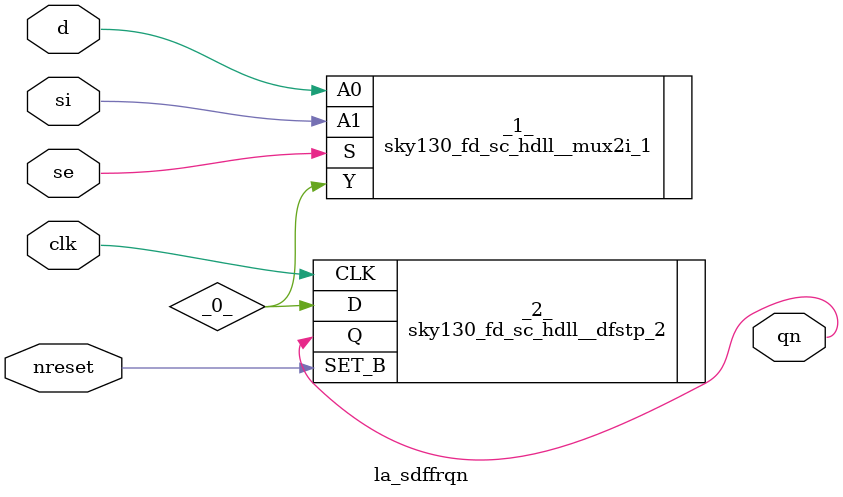
<source format=v>

/* Generated by Yosys 0.37 (git sha1 a5c7f69ed, clang 14.0.0-1ubuntu1.1 -fPIC -Os) */

module la_sdffrqn(d, si, se, clk, nreset, qn);
  wire _0_;
  input clk;
  wire clk;
  input d;
  wire d;
  input nreset;
  wire nreset;
  output qn;
  wire qn;
  input se;
  wire se;
  input si;
  wire si;
  sky130_fd_sc_hdll__mux2i_1 _1_ (
    .A0(d),
    .A1(si),
    .S(se),
    .Y(_0_)
  );
  sky130_fd_sc_hdll__dfstp_2 _2_ (
    .CLK(clk),
    .D(_0_),
    .Q(qn),
    .SET_B(nreset)
  );
endmodule

</source>
